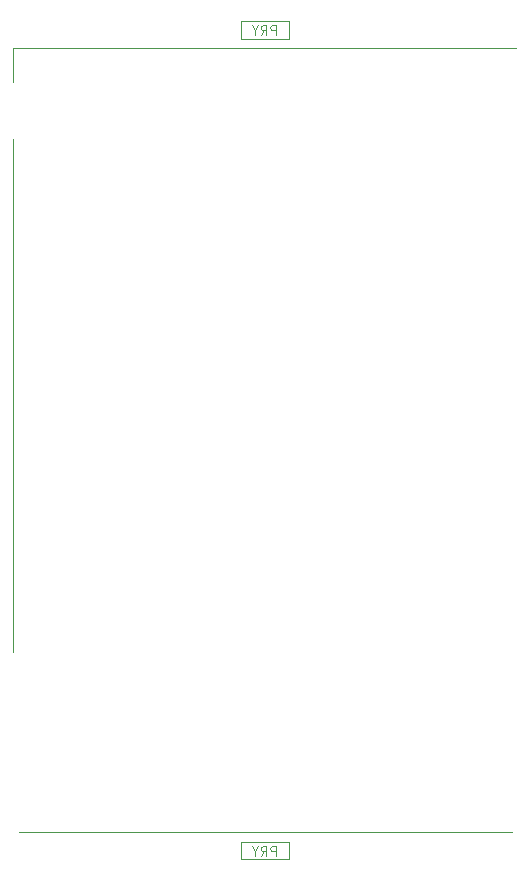
<source format=gbo>
G04 #@! TF.GenerationSoftware,KiCad,Pcbnew,9.0.1+1*
G04 #@! TF.CreationDate,2025-11-12T15:12:02+00:00*
G04 #@! TF.ProjectId,cellular-modem,63656c6c-756c-4617-922d-6d6f64656d2e,rev?*
G04 #@! TF.SameCoordinates,Original*
G04 #@! TF.FileFunction,Legend,Bot*
G04 #@! TF.FilePolarity,Positive*
%FSLAX46Y46*%
G04 Gerber Fmt 4.6, Leading zero omitted, Abs format (unit mm)*
G04 Created by KiCad (PCBNEW 9.0.1+1) date 2025-11-12 15:12:02*
%MOMM*%
%LPD*%
G01*
G04 APERTURE LIST*
%ADD10C,0.100000*%
%ADD11C,1.550000*%
%ADD12C,1.050000*%
%ADD13C,2.133600*%
%ADD14C,1.625600*%
%ADD15R,2.540000X2.000000*%
G04 APERTURE END LIST*
D10*
X89937580Y-36630095D02*
X89937580Y-35830095D01*
X89937580Y-35830095D02*
X89632818Y-35830095D01*
X89632818Y-35830095D02*
X89556628Y-35868190D01*
X89556628Y-35868190D02*
X89518533Y-35906285D01*
X89518533Y-35906285D02*
X89480437Y-35982476D01*
X89480437Y-35982476D02*
X89480437Y-36096761D01*
X89480437Y-36096761D02*
X89518533Y-36172952D01*
X89518533Y-36172952D02*
X89556628Y-36211047D01*
X89556628Y-36211047D02*
X89632818Y-36249142D01*
X89632818Y-36249142D02*
X89937580Y-36249142D01*
X88680437Y-36630095D02*
X88947104Y-36249142D01*
X89137580Y-36630095D02*
X89137580Y-35830095D01*
X89137580Y-35830095D02*
X88832818Y-35830095D01*
X88832818Y-35830095D02*
X88756628Y-35868190D01*
X88756628Y-35868190D02*
X88718533Y-35906285D01*
X88718533Y-35906285D02*
X88680437Y-35982476D01*
X88680437Y-35982476D02*
X88680437Y-36096761D01*
X88680437Y-36096761D02*
X88718533Y-36172952D01*
X88718533Y-36172952D02*
X88756628Y-36211047D01*
X88756628Y-36211047D02*
X88832818Y-36249142D01*
X88832818Y-36249142D02*
X89137580Y-36249142D01*
X88185199Y-36249142D02*
X88185199Y-36630095D01*
X88451866Y-35830095D02*
X88185199Y-36249142D01*
X88185199Y-36249142D02*
X87918533Y-35830095D01*
X89937580Y-106150095D02*
X89937580Y-105350095D01*
X89937580Y-105350095D02*
X89632818Y-105350095D01*
X89632818Y-105350095D02*
X89556628Y-105388190D01*
X89556628Y-105388190D02*
X89518533Y-105426285D01*
X89518533Y-105426285D02*
X89480437Y-105502476D01*
X89480437Y-105502476D02*
X89480437Y-105616761D01*
X89480437Y-105616761D02*
X89518533Y-105692952D01*
X89518533Y-105692952D02*
X89556628Y-105731047D01*
X89556628Y-105731047D02*
X89632818Y-105769142D01*
X89632818Y-105769142D02*
X89937580Y-105769142D01*
X88680437Y-106150095D02*
X88947104Y-105769142D01*
X89137580Y-106150095D02*
X89137580Y-105350095D01*
X89137580Y-105350095D02*
X88832818Y-105350095D01*
X88832818Y-105350095D02*
X88756628Y-105388190D01*
X88756628Y-105388190D02*
X88718533Y-105426285D01*
X88718533Y-105426285D02*
X88680437Y-105502476D01*
X88680437Y-105502476D02*
X88680437Y-105616761D01*
X88680437Y-105616761D02*
X88718533Y-105692952D01*
X88718533Y-105692952D02*
X88756628Y-105731047D01*
X88756628Y-105731047D02*
X88832818Y-105769142D01*
X88832818Y-105769142D02*
X89137580Y-105769142D01*
X88185199Y-105769142D02*
X88185199Y-106150095D01*
X88451866Y-105350095D02*
X88185199Y-105769142D01*
X88185199Y-105769142D02*
X87918533Y-105350095D01*
X67695200Y-37793200D02*
X67695200Y-40693200D01*
X67695200Y-37793200D02*
X110245200Y-37793200D01*
X67705200Y-45453200D02*
X67715200Y-88973200D01*
X68145200Y-104143200D02*
X109905200Y-104163200D01*
X87000959Y-36982200D02*
X91004716Y-36982200D01*
X91004716Y-35513200D01*
X87000959Y-35513200D01*
X87000959Y-36982200D01*
X87000959Y-105004200D02*
X91004716Y-105004200D01*
X91004716Y-106473200D01*
X87000959Y-106473200D01*
X87000959Y-105004200D01*
%LPC*%
D11*
X76651600Y-43563799D03*
D12*
X100851600Y-43563799D03*
D13*
X76251599Y-93858465D03*
D14*
X101251601Y-93858399D03*
D15*
X67585200Y-36703200D03*
G36*
G01*
X69910200Y-36328200D02*
X69910200Y-37078200D01*
G75*
G02*
X69660200Y-37328200I-250000J0D01*
G01*
X68910200Y-37328200D01*
G75*
G02*
X68660200Y-37078200I0J250000D01*
G01*
X68660200Y-36328200D01*
G75*
G02*
X68910200Y-36078200I250000J0D01*
G01*
X69660200Y-36078200D01*
G75*
G02*
X69910200Y-36328200I0J-250000D01*
G01*
G37*
X67585200Y-41783200D03*
G36*
G01*
X69910200Y-41408200D02*
X69910200Y-42158200D01*
G75*
G02*
X69660200Y-42408200I-250000J0D01*
G01*
X68910200Y-42408200D01*
G75*
G02*
X68660200Y-42158200I0J250000D01*
G01*
X68660200Y-41408200D01*
G75*
G02*
X68910200Y-41158200I250000J0D01*
G01*
X69660200Y-41158200D01*
G75*
G02*
X69910200Y-41408200I0J-250000D01*
G01*
G37*
X67585200Y-44323200D03*
G36*
G01*
X69910200Y-43948200D02*
X69910200Y-44698200D01*
G75*
G02*
X69660200Y-44948200I-250000J0D01*
G01*
X68910200Y-44948200D01*
G75*
G02*
X68660200Y-44698200I0J250000D01*
G01*
X68660200Y-43948200D01*
G75*
G02*
X68910200Y-43698200I250000J0D01*
G01*
X69660200Y-43698200D01*
G75*
G02*
X69910200Y-43948200I0J-250000D01*
G01*
G37*
X67585200Y-90043200D03*
G36*
G01*
X69910200Y-89668200D02*
X69910200Y-90418200D01*
G75*
G02*
X69660200Y-90668200I-250000J0D01*
G01*
X68910200Y-90668200D01*
G75*
G02*
X68660200Y-90418200I0J250000D01*
G01*
X68660200Y-89668200D01*
G75*
G02*
X68910200Y-89418200I250000J0D01*
G01*
X69660200Y-89418200D01*
G75*
G02*
X69910200Y-89668200I0J-250000D01*
G01*
G37*
X67585200Y-92583200D03*
G36*
G01*
X69910200Y-92208200D02*
X69910200Y-92958200D01*
G75*
G02*
X69660200Y-93208200I-250000J0D01*
G01*
X68910200Y-93208200D01*
G75*
G02*
X68660200Y-92958200I0J250000D01*
G01*
X68660200Y-92208200D01*
G75*
G02*
X68910200Y-91958200I250000J0D01*
G01*
X69660200Y-91958200D01*
G75*
G02*
X69910200Y-92208200I0J-250000D01*
G01*
G37*
X67585200Y-95123200D03*
G36*
G01*
X69910200Y-94748200D02*
X69910200Y-95498200D01*
G75*
G02*
X69660200Y-95748200I-250000J0D01*
G01*
X68910200Y-95748200D01*
G75*
G02*
X68660200Y-95498200I0J250000D01*
G01*
X68660200Y-94748200D01*
G75*
G02*
X68910200Y-94498200I250000J0D01*
G01*
X69660200Y-94498200D01*
G75*
G02*
X69910200Y-94748200I0J-250000D01*
G01*
G37*
X67585200Y-97663200D03*
G36*
G01*
X69910200Y-97288200D02*
X69910200Y-98038200D01*
G75*
G02*
X69660200Y-98288200I-250000J0D01*
G01*
X68910200Y-98288200D01*
G75*
G02*
X68660200Y-98038200I0J250000D01*
G01*
X68660200Y-97288200D01*
G75*
G02*
X68910200Y-97038200I250000J0D01*
G01*
X69660200Y-97038200D01*
G75*
G02*
X69910200Y-97288200I0J-250000D01*
G01*
G37*
X67585200Y-100203200D03*
G36*
G01*
X69910200Y-99828200D02*
X69910200Y-100578200D01*
G75*
G02*
X69660200Y-100828200I-250000J0D01*
G01*
X68910200Y-100828200D01*
G75*
G02*
X68660200Y-100578200I0J250000D01*
G01*
X68660200Y-99828200D01*
G75*
G02*
X68910200Y-99578200I250000J0D01*
G01*
X69660200Y-99578200D01*
G75*
G02*
X69910200Y-99828200I0J-250000D01*
G01*
G37*
X67585200Y-102743200D03*
G36*
G01*
X69910200Y-102368200D02*
X69910200Y-103118200D01*
G75*
G02*
X69660200Y-103368200I-250000J0D01*
G01*
X68910200Y-103368200D01*
G75*
G02*
X68660200Y-103118200I0J250000D01*
G01*
X68660200Y-102368200D01*
G75*
G02*
X68910200Y-102118200I250000J0D01*
G01*
X69660200Y-102118200D01*
G75*
G02*
X69910200Y-102368200I0J-250000D01*
G01*
G37*
X67585200Y-105283200D03*
G36*
G01*
X69910200Y-104908200D02*
X69910200Y-105658200D01*
G75*
G02*
X69660200Y-105908200I-250000J0D01*
G01*
X68910200Y-105908200D01*
G75*
G02*
X68660200Y-105658200I0J250000D01*
G01*
X68660200Y-104908200D01*
G75*
G02*
X68910200Y-104658200I250000J0D01*
G01*
X69660200Y-104658200D01*
G75*
G02*
X69910200Y-104908200I0J-250000D01*
G01*
G37*
G36*
G01*
X109310200Y-36328200D02*
X109310200Y-37078200D01*
G75*
G02*
X109060200Y-37328200I-250000J0D01*
G01*
X108310200Y-37328200D01*
G75*
G02*
X108060200Y-37078200I0J250000D01*
G01*
X108060200Y-36328200D01*
G75*
G02*
X108310200Y-36078200I250000J0D01*
G01*
X109060200Y-36078200D01*
G75*
G02*
X109310200Y-36328200I0J-250000D01*
G01*
G37*
X110385200Y-36703200D03*
G36*
G01*
X109310200Y-38868200D02*
X109310200Y-39618200D01*
G75*
G02*
X109060200Y-39868200I-250000J0D01*
G01*
X108310200Y-39868200D01*
G75*
G02*
X108060200Y-39618200I0J250000D01*
G01*
X108060200Y-38868200D01*
G75*
G02*
X108310200Y-38618200I250000J0D01*
G01*
X109060200Y-38618200D01*
G75*
G02*
X109310200Y-38868200I0J-250000D01*
G01*
G37*
X110385200Y-39243200D03*
G36*
G01*
X109310200Y-41408200D02*
X109310200Y-42158200D01*
G75*
G02*
X109060200Y-42408200I-250000J0D01*
G01*
X108310200Y-42408200D01*
G75*
G02*
X108060200Y-42158200I0J250000D01*
G01*
X108060200Y-41408200D01*
G75*
G02*
X108310200Y-41158200I250000J0D01*
G01*
X109060200Y-41158200D01*
G75*
G02*
X109310200Y-41408200I0J-250000D01*
G01*
G37*
X110385200Y-41783200D03*
G36*
G01*
X109310200Y-43948200D02*
X109310200Y-44698200D01*
G75*
G02*
X109060200Y-44948200I-250000J0D01*
G01*
X108310200Y-44948200D01*
G75*
G02*
X108060200Y-44698200I0J250000D01*
G01*
X108060200Y-43948200D01*
G75*
G02*
X108310200Y-43698200I250000J0D01*
G01*
X109060200Y-43698200D01*
G75*
G02*
X109310200Y-43948200I0J-250000D01*
G01*
G37*
X110385200Y-44323200D03*
G36*
G01*
X109310200Y-46488200D02*
X109310200Y-47238200D01*
G75*
G02*
X109060200Y-47488200I-250000J0D01*
G01*
X108310200Y-47488200D01*
G75*
G02*
X108060200Y-47238200I0J250000D01*
G01*
X108060200Y-46488200D01*
G75*
G02*
X108310200Y-46238200I250000J0D01*
G01*
X109060200Y-46238200D01*
G75*
G02*
X109310200Y-46488200I0J-250000D01*
G01*
G37*
X110385200Y-46863200D03*
G36*
G01*
X109310200Y-49028200D02*
X109310200Y-49778200D01*
G75*
G02*
X109060200Y-50028200I-250000J0D01*
G01*
X108310200Y-50028200D01*
G75*
G02*
X108060200Y-49778200I0J250000D01*
G01*
X108060200Y-49028200D01*
G75*
G02*
X108310200Y-48778200I250000J0D01*
G01*
X109060200Y-48778200D01*
G75*
G02*
X109310200Y-49028200I0J-250000D01*
G01*
G37*
X110385200Y-49403200D03*
G36*
G01*
X109310200Y-51568200D02*
X109310200Y-52318200D01*
G75*
G02*
X109060200Y-52568200I-250000J0D01*
G01*
X108310200Y-52568200D01*
G75*
G02*
X108060200Y-52318200I0J250000D01*
G01*
X108060200Y-51568200D01*
G75*
G02*
X108310200Y-51318200I250000J0D01*
G01*
X109060200Y-51318200D01*
G75*
G02*
X109310200Y-51568200I0J-250000D01*
G01*
G37*
X110385200Y-51943200D03*
G36*
G01*
X109310200Y-54108200D02*
X109310200Y-54858200D01*
G75*
G02*
X109060200Y-55108200I-250000J0D01*
G01*
X108310200Y-55108200D01*
G75*
G02*
X108060200Y-54858200I0J250000D01*
G01*
X108060200Y-54108200D01*
G75*
G02*
X108310200Y-53858200I250000J0D01*
G01*
X109060200Y-53858200D01*
G75*
G02*
X109310200Y-54108200I0J-250000D01*
G01*
G37*
X110385200Y-54483200D03*
G36*
G01*
X109310200Y-56648200D02*
X109310200Y-57398200D01*
G75*
G02*
X109060200Y-57648200I-250000J0D01*
G01*
X108310200Y-57648200D01*
G75*
G02*
X108060200Y-57398200I0J250000D01*
G01*
X108060200Y-56648200D01*
G75*
G02*
X108310200Y-56398200I250000J0D01*
G01*
X109060200Y-56398200D01*
G75*
G02*
X109310200Y-56648200I0J-250000D01*
G01*
G37*
X110385200Y-57023200D03*
G36*
G01*
X109310200Y-59188200D02*
X109310200Y-59938200D01*
G75*
G02*
X109060200Y-60188200I-250000J0D01*
G01*
X108310200Y-60188200D01*
G75*
G02*
X108060200Y-59938200I0J250000D01*
G01*
X108060200Y-59188200D01*
G75*
G02*
X108310200Y-58938200I250000J0D01*
G01*
X109060200Y-58938200D01*
G75*
G02*
X109310200Y-59188200I0J-250000D01*
G01*
G37*
X110385200Y-59563200D03*
G36*
G01*
X109310200Y-61728200D02*
X109310200Y-62478200D01*
G75*
G02*
X109060200Y-62728200I-250000J0D01*
G01*
X108310200Y-62728200D01*
G75*
G02*
X108060200Y-62478200I0J250000D01*
G01*
X108060200Y-61728200D01*
G75*
G02*
X108310200Y-61478200I250000J0D01*
G01*
X109060200Y-61478200D01*
G75*
G02*
X109310200Y-61728200I0J-250000D01*
G01*
G37*
X110385200Y-62103200D03*
G36*
G01*
X109310200Y-64268200D02*
X109310200Y-65018200D01*
G75*
G02*
X109060200Y-65268200I-250000J0D01*
G01*
X108310200Y-65268200D01*
G75*
G02*
X108060200Y-65018200I0J250000D01*
G01*
X108060200Y-64268200D01*
G75*
G02*
X108310200Y-64018200I250000J0D01*
G01*
X109060200Y-64018200D01*
G75*
G02*
X109310200Y-64268200I0J-250000D01*
G01*
G37*
X110385200Y-64643200D03*
G36*
G01*
X109310200Y-66808200D02*
X109310200Y-67558200D01*
G75*
G02*
X109060200Y-67808200I-250000J0D01*
G01*
X108310200Y-67808200D01*
G75*
G02*
X108060200Y-67558200I0J250000D01*
G01*
X108060200Y-66808200D01*
G75*
G02*
X108310200Y-66558200I250000J0D01*
G01*
X109060200Y-66558200D01*
G75*
G02*
X109310200Y-66808200I0J-250000D01*
G01*
G37*
X110385200Y-67183200D03*
G36*
G01*
X109310200Y-69348200D02*
X109310200Y-70098200D01*
G75*
G02*
X109060200Y-70348200I-250000J0D01*
G01*
X108310200Y-70348200D01*
G75*
G02*
X108060200Y-70098200I0J250000D01*
G01*
X108060200Y-69348200D01*
G75*
G02*
X108310200Y-69098200I250000J0D01*
G01*
X109060200Y-69098200D01*
G75*
G02*
X109310200Y-69348200I0J-250000D01*
G01*
G37*
X110385200Y-69723200D03*
G36*
G01*
X109310200Y-71888200D02*
X109310200Y-72638200D01*
G75*
G02*
X109060200Y-72888200I-250000J0D01*
G01*
X108310200Y-72888200D01*
G75*
G02*
X108060200Y-72638200I0J250000D01*
G01*
X108060200Y-71888200D01*
G75*
G02*
X108310200Y-71638200I250000J0D01*
G01*
X109060200Y-71638200D01*
G75*
G02*
X109310200Y-71888200I0J-250000D01*
G01*
G37*
X110385200Y-72263200D03*
G36*
G01*
X109310200Y-74428200D02*
X109310200Y-75178200D01*
G75*
G02*
X109060200Y-75428200I-250000J0D01*
G01*
X108310200Y-75428200D01*
G75*
G02*
X108060200Y-75178200I0J250000D01*
G01*
X108060200Y-74428200D01*
G75*
G02*
X108310200Y-74178200I250000J0D01*
G01*
X109060200Y-74178200D01*
G75*
G02*
X109310200Y-74428200I0J-250000D01*
G01*
G37*
X110385200Y-74803200D03*
G36*
G01*
X109310200Y-76968200D02*
X109310200Y-77718200D01*
G75*
G02*
X109060200Y-77968200I-250000J0D01*
G01*
X108310200Y-77968200D01*
G75*
G02*
X108060200Y-77718200I0J250000D01*
G01*
X108060200Y-76968200D01*
G75*
G02*
X108310200Y-76718200I250000J0D01*
G01*
X109060200Y-76718200D01*
G75*
G02*
X109310200Y-76968200I0J-250000D01*
G01*
G37*
X110385200Y-77343200D03*
G36*
G01*
X109310200Y-79508200D02*
X109310200Y-80258200D01*
G75*
G02*
X109060200Y-80508200I-250000J0D01*
G01*
X108310200Y-80508200D01*
G75*
G02*
X108060200Y-80258200I0J250000D01*
G01*
X108060200Y-79508200D01*
G75*
G02*
X108310200Y-79258200I250000J0D01*
G01*
X109060200Y-79258200D01*
G75*
G02*
X109310200Y-79508200I0J-250000D01*
G01*
G37*
X110385200Y-79883200D03*
G36*
G01*
X109310200Y-82048200D02*
X109310200Y-82798200D01*
G75*
G02*
X109060200Y-83048200I-250000J0D01*
G01*
X108310200Y-83048200D01*
G75*
G02*
X108060200Y-82798200I0J250000D01*
G01*
X108060200Y-82048200D01*
G75*
G02*
X108310200Y-81798200I250000J0D01*
G01*
X109060200Y-81798200D01*
G75*
G02*
X109310200Y-82048200I0J-250000D01*
G01*
G37*
X110385200Y-82423200D03*
G36*
G01*
X109310200Y-84588200D02*
X109310200Y-85338200D01*
G75*
G02*
X109060200Y-85588200I-250000J0D01*
G01*
X108310200Y-85588200D01*
G75*
G02*
X108060200Y-85338200I0J250000D01*
G01*
X108060200Y-84588200D01*
G75*
G02*
X108310200Y-84338200I250000J0D01*
G01*
X109060200Y-84338200D01*
G75*
G02*
X109310200Y-84588200I0J-250000D01*
G01*
G37*
X110385200Y-84963200D03*
G36*
G01*
X109310200Y-87128200D02*
X109310200Y-87878200D01*
G75*
G02*
X109060200Y-88128200I-250000J0D01*
G01*
X108310200Y-88128200D01*
G75*
G02*
X108060200Y-87878200I0J250000D01*
G01*
X108060200Y-87128200D01*
G75*
G02*
X108310200Y-86878200I250000J0D01*
G01*
X109060200Y-86878200D01*
G75*
G02*
X109310200Y-87128200I0J-250000D01*
G01*
G37*
X110385200Y-87503200D03*
G36*
G01*
X109310200Y-89668200D02*
X109310200Y-90418200D01*
G75*
G02*
X109060200Y-90668200I-250000J0D01*
G01*
X108310200Y-90668200D01*
G75*
G02*
X108060200Y-90418200I0J250000D01*
G01*
X108060200Y-89668200D01*
G75*
G02*
X108310200Y-89418200I250000J0D01*
G01*
X109060200Y-89418200D01*
G75*
G02*
X109310200Y-89668200I0J-250000D01*
G01*
G37*
X110385200Y-90043200D03*
G36*
G01*
X109310200Y-92208200D02*
X109310200Y-92958200D01*
G75*
G02*
X109060200Y-93208200I-250000J0D01*
G01*
X108310200Y-93208200D01*
G75*
G02*
X108060200Y-92958200I0J250000D01*
G01*
X108060200Y-92208200D01*
G75*
G02*
X108310200Y-91958200I250000J0D01*
G01*
X109060200Y-91958200D01*
G75*
G02*
X109310200Y-92208200I0J-250000D01*
G01*
G37*
X110385200Y-92583200D03*
G36*
G01*
X109310200Y-94748200D02*
X109310200Y-95498200D01*
G75*
G02*
X109060200Y-95748200I-250000J0D01*
G01*
X108310200Y-95748200D01*
G75*
G02*
X108060200Y-95498200I0J250000D01*
G01*
X108060200Y-94748200D01*
G75*
G02*
X108310200Y-94498200I250000J0D01*
G01*
X109060200Y-94498200D01*
G75*
G02*
X109310200Y-94748200I0J-250000D01*
G01*
G37*
X110385200Y-95123200D03*
G36*
G01*
X109310200Y-97288200D02*
X109310200Y-98038200D01*
G75*
G02*
X109060200Y-98288200I-250000J0D01*
G01*
X108310200Y-98288200D01*
G75*
G02*
X108060200Y-98038200I0J250000D01*
G01*
X108060200Y-97288200D01*
G75*
G02*
X108310200Y-97038200I250000J0D01*
G01*
X109060200Y-97038200D01*
G75*
G02*
X109310200Y-97288200I0J-250000D01*
G01*
G37*
X110385200Y-97663200D03*
G36*
G01*
X109310200Y-99828200D02*
X109310200Y-100578200D01*
G75*
G02*
X109060200Y-100828200I-250000J0D01*
G01*
X108310200Y-100828200D01*
G75*
G02*
X108060200Y-100578200I0J250000D01*
G01*
X108060200Y-99828200D01*
G75*
G02*
X108310200Y-99578200I250000J0D01*
G01*
X109060200Y-99578200D01*
G75*
G02*
X109310200Y-99828200I0J-250000D01*
G01*
G37*
X110385200Y-100203200D03*
G36*
G01*
X109310200Y-102368200D02*
X109310200Y-103118200D01*
G75*
G02*
X109060200Y-103368200I-250000J0D01*
G01*
X108310200Y-103368200D01*
G75*
G02*
X108060200Y-103118200I0J250000D01*
G01*
X108060200Y-102368200D01*
G75*
G02*
X108310200Y-102118200I250000J0D01*
G01*
X109060200Y-102118200D01*
G75*
G02*
X109310200Y-102368200I0J-250000D01*
G01*
G37*
X110385200Y-102743200D03*
G36*
G01*
X109310200Y-104908200D02*
X109310200Y-105658200D01*
G75*
G02*
X109060200Y-105908200I-250000J0D01*
G01*
X108310200Y-105908200D01*
G75*
G02*
X108060200Y-105658200I0J250000D01*
G01*
X108060200Y-104908200D01*
G75*
G02*
X108310200Y-104658200I250000J0D01*
G01*
X109060200Y-104658200D01*
G75*
G02*
X109310200Y-104908200I0J-250000D01*
G01*
G37*
X110385200Y-105283200D03*
%LPD*%
M02*

</source>
